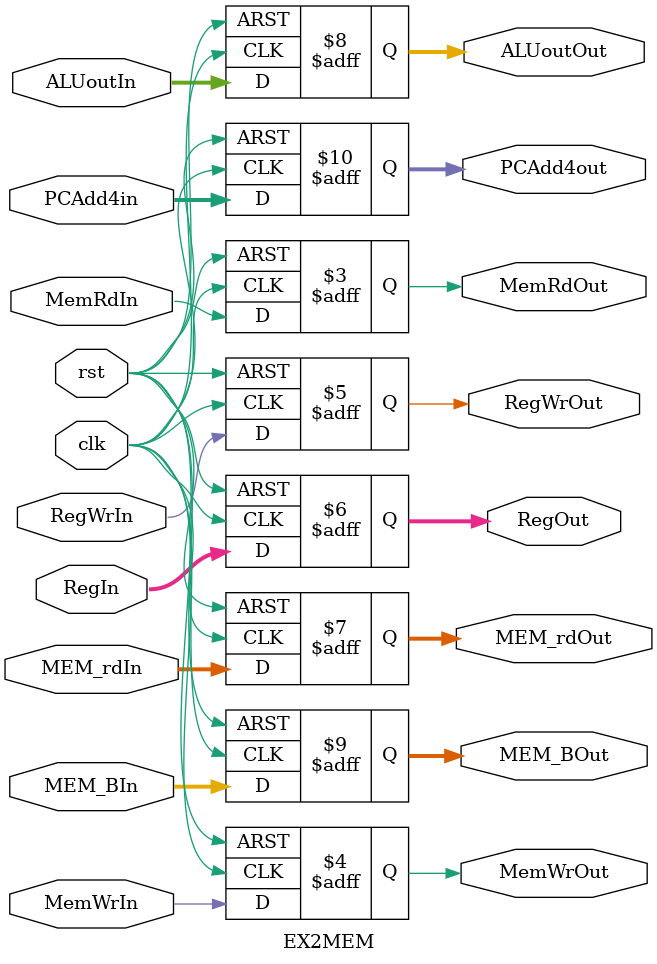
<source format=v>
module EX2MEM(rst, clk, 
			  MemRdIn, MemWrIn, RegWrIn, RegIn, ALUoutIn, MEM_BIn, MEM_rdIn,
			  MemRdOut, MemWrOut, RegWrOut, RegOut, ALUoutOut, MEM_BOut, MEM_rdOut, 
			  PCAdd4in, PCAdd4out
			  );
            
input	rst, clk;    
input	MemRdIn, MemWrIn, RegWrIn;

input	[1:0]	RegIn;
input	[4:0]	MEM_rdIn;
input	[31:0]	ALUoutIn,MEM_BIn,PCAdd4in;

output  reg	 MemRdOut, MemWrOut, RegWrOut;
output	reg	[1:0] RegOut;
output	reg	[4:0] MEM_rdOut;
output	reg	[31:0] ALUoutOut,MEM_BOut,PCAdd4out;

always @(posedge clk or negedge rst) begin
	if(~rst) begin
		MemRdOut <= 1'b0;
		RegWrOut <= 1'b0;
		MemWrOut <= 1'b0;
		RegOut <= 2'b00;
		MEM_rdOut <= 5'b00000;
		PCAdd4out <= 32'h00000000;
		ALUoutOut <= 32'h00000000;
		MEM_BOut <= 32'h00000000;
	end
	else begin
		MemRdOut <= MemRdIn;
		MemWrOut <= MemWrIn;
		PCAdd4out <= PCAdd4in;
		MEM_rdOut <= MEM_rdIn;
		RegOut <= RegIn;
		MEM_BOut <= MEM_BIn;
		ALUoutOut <= ALUoutIn;
		RegWrOut <= RegWrIn;
	end
end

endmodule

</source>
